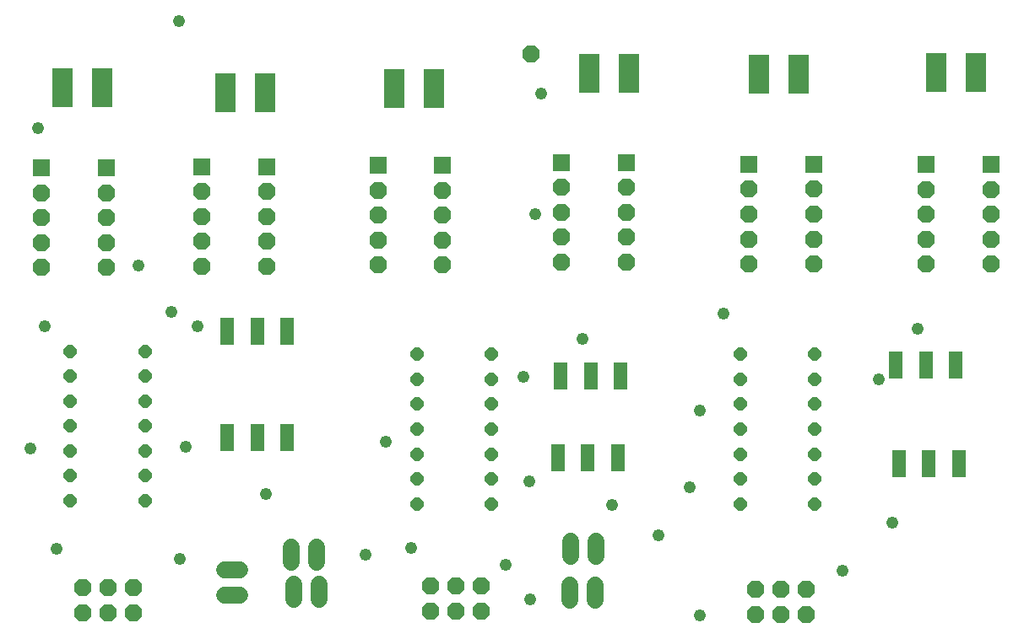
<source format=gbr>
G04 EAGLE Gerber RS-274X export*
G75*
%MOMM*%
%FSLAX34Y34*%
%LPD*%
%INSoldermask Bottom*%
%IPPOS*%
%AMOC8*
5,1,8,0,0,1.08239X$1,22.5*%
G01*
%ADD10C,1.727200*%
%ADD11P,1.869504X8X22.500000*%
%ADD12P,1.419230X8X22.500000*%
%ADD13R,2.133600X4.013200*%
%ADD14R,1.473200X2.743200*%
%ADD15R,1.711200X1.711200*%
%ADD16P,1.852186X8X22.500000*%
%ADD17C,1.209600*%


D10*
X242880Y121600D02*
X258120Y121600D01*
X258120Y96200D02*
X242880Y96200D01*
D11*
X449200Y79900D03*
X449200Y105300D03*
X474600Y79900D03*
X474600Y105300D03*
X500000Y79900D03*
X500000Y105300D03*
X100300Y78900D03*
X100300Y104300D03*
X125700Y78900D03*
X125700Y104300D03*
X151100Y78900D03*
X151100Y104300D03*
D10*
X615100Y134880D02*
X615100Y150120D01*
X589700Y150120D02*
X589700Y134880D01*
X334800Y129380D02*
X334800Y144620D01*
X309400Y144620D02*
X309400Y129380D01*
D11*
X775400Y76900D03*
X775400Y102300D03*
X800800Y76900D03*
X800800Y102300D03*
X826200Y76900D03*
X826200Y102300D03*
D10*
X312300Y107120D02*
X312300Y91880D01*
X337700Y91880D02*
X337700Y107120D01*
X589000Y106120D02*
X589000Y90880D01*
X614400Y90880D02*
X614400Y106120D01*
D12*
X88100Y341100D03*
X163100Y341100D03*
X88100Y316100D03*
X88100Y291100D03*
X88100Y266100D03*
X88100Y241100D03*
X88100Y216100D03*
X88100Y191100D03*
X163100Y316100D03*
X163100Y291100D03*
X163100Y266100D03*
X163100Y241100D03*
X163100Y216100D03*
X163100Y191100D03*
D13*
X956600Y621400D03*
X996600Y621400D03*
X608600Y620600D03*
X648600Y620600D03*
X412600Y604800D03*
X452600Y604800D03*
X243600Y601000D03*
X283600Y601000D03*
X120000Y606000D03*
X80000Y606000D03*
D14*
X275300Y254300D03*
X305300Y254300D03*
X245300Y254300D03*
X275300Y361200D03*
X305300Y361200D03*
X245300Y361200D03*
X607000Y234600D03*
X637000Y234600D03*
X577000Y234600D03*
X610000Y316500D03*
X640000Y316500D03*
X580000Y316500D03*
X949000Y228400D03*
X979000Y228400D03*
X919000Y228400D03*
D15*
X768300Y529000D03*
X833300Y529000D03*
D16*
X768300Y504000D03*
X833300Y504000D03*
X768300Y479000D03*
X833300Y479000D03*
X768300Y454000D03*
X833300Y454000D03*
X768300Y429000D03*
X833300Y429000D03*
D14*
X946000Y327300D03*
X976000Y327300D03*
X916000Y327300D03*
D12*
X759900Y338100D03*
X834900Y338100D03*
X759900Y313100D03*
X759900Y288100D03*
X759900Y263100D03*
X759900Y238100D03*
X759900Y213100D03*
X759900Y188100D03*
X834900Y313100D03*
X834900Y288100D03*
X834900Y263100D03*
X834900Y238100D03*
X834900Y213100D03*
X834900Y188100D03*
D15*
X946100Y528800D03*
X1011100Y528800D03*
D16*
X946100Y503800D03*
X1011100Y503800D03*
X946100Y478800D03*
X1011100Y478800D03*
X946100Y453800D03*
X1011100Y453800D03*
X946100Y428800D03*
X1011100Y428800D03*
D15*
X580800Y530800D03*
X645800Y530800D03*
D16*
X580800Y505800D03*
X645800Y505800D03*
X580800Y480800D03*
X645800Y480800D03*
X580800Y455800D03*
X645800Y455800D03*
X580800Y430800D03*
X645800Y430800D03*
D15*
X396500Y527800D03*
X461500Y527800D03*
D16*
X396500Y502800D03*
X461500Y502800D03*
X396500Y477800D03*
X461500Y477800D03*
X396500Y452800D03*
X461500Y452800D03*
X396500Y427800D03*
X461500Y427800D03*
D15*
X220200Y526800D03*
X285200Y526800D03*
D16*
X220200Y501800D03*
X285200Y501800D03*
X220200Y476800D03*
X285200Y476800D03*
X220200Y451800D03*
X285200Y451800D03*
X220200Y426800D03*
X285200Y426800D03*
D15*
X59100Y525500D03*
X124100Y525500D03*
D16*
X59100Y500500D03*
X124100Y500500D03*
X59100Y475500D03*
X124100Y475500D03*
X59100Y450500D03*
X124100Y450500D03*
X59100Y425500D03*
X124100Y425500D03*
D12*
X435500Y338100D03*
X510500Y338100D03*
X435500Y313100D03*
X435500Y288100D03*
X435500Y263100D03*
X435500Y238100D03*
X435500Y213100D03*
X435500Y188100D03*
X510500Y313100D03*
X510500Y288100D03*
X510500Y263100D03*
X510500Y238100D03*
X510500Y213100D03*
X510500Y188100D03*
D13*
X778600Y619200D03*
X818600Y619200D03*
D11*
X550000Y640000D03*
D17*
X216000Y366000D03*
X204000Y245000D03*
X74000Y143000D03*
X430000Y144000D03*
X548000Y211000D03*
X542500Y315500D03*
X56000Y565000D03*
X899000Y313000D03*
X912000Y169000D03*
X719000Y76000D03*
X601500Y353500D03*
X197000Y673000D03*
X284000Y198000D03*
X198000Y133000D03*
X549000Y92000D03*
X631000Y187000D03*
X525000Y127000D03*
X384000Y137000D03*
X862500Y120500D03*
X677500Y156500D03*
X743000Y379000D03*
X719000Y282000D03*
X938000Y364000D03*
X709000Y205000D03*
X554000Y479000D03*
X404000Y250000D03*
X156000Y427000D03*
X48000Y244000D03*
X62000Y366000D03*
X189000Y381000D03*
X560000Y600000D03*
M02*

</source>
